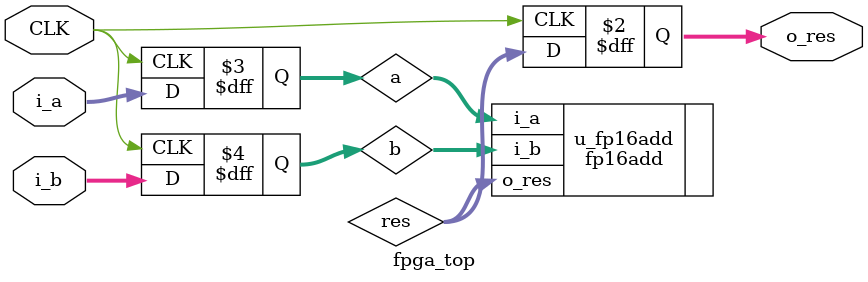
<source format=v>
module fpga_top(
   input  wire CLK,
   input  wire [15:0] i_a,
   input  wire [15:0] i_b,
   output reg  [15:0] o_res
);

reg  [15:0] a, b;
wire [15:0] res;

always @(posedge CLK) begin
   o_res <= res;
   a     <= i_a;
   b     <= i_b;
end

fp16add u_fp16add(
   .i_a      (a),
   .i_b      (b),
   .o_res    (res)
);

endmodule

</source>
